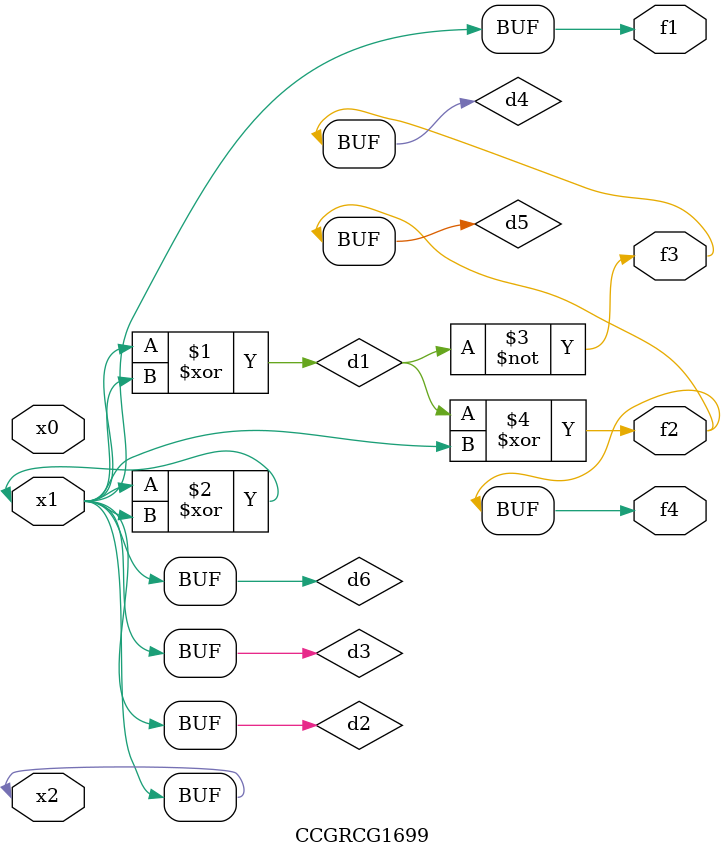
<source format=v>
module CCGRCG1699(
	input x0, x1, x2,
	output f1, f2, f3, f4
);

	wire d1, d2, d3, d4, d5, d6;

	xor (d1, x1, x2);
	buf (d2, x1, x2);
	xor (d3, x1, x2);
	nor (d4, d1);
	xor (d5, d1, d2);
	buf (d6, d2, d3);
	assign f1 = d6;
	assign f2 = d5;
	assign f3 = d4;
	assign f4 = d5;
endmodule

</source>
